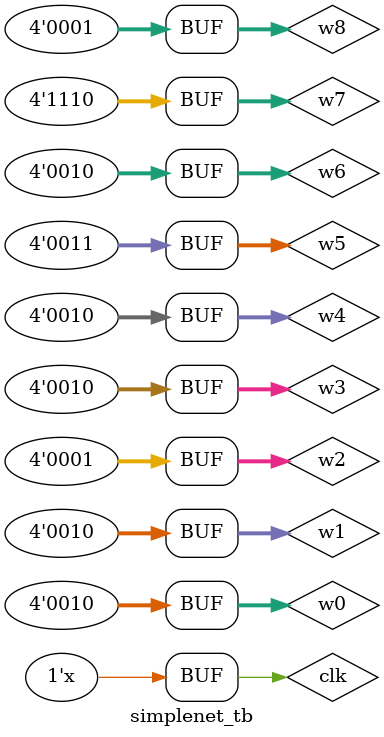
<source format=v>
`timescale 1ns/100ps
`include "simplenet.v"
module simplenet_tb;

  reg [1:0]x;
  reg clk;
  reg signed [3:0] w0;
  reg signed [3:0] w1;
  reg signed [3:0] w2;
  reg signed [3:0] w3;
  reg signed [3:0] w4;
  reg signed [3:0] w5;
  reg signed [3:0] w6;
  reg signed [3:0] w7;
  reg signed [3:0] w8;
  wire y;
  
  // Instantiate design under test
  simpleNet simpleNet(x,clk,w0,w1,w2,w3,w4,w5,w6,w7,w8,y);
          
reg [1:0] cycles;

  initial begin
    // Dump waves
    $dumpfile("dump.vcd");
    $dumpvars(1);
    
    $display("Start Sim");
    clk = 0;
    x = 2'b11; // What values of weights will make y operate as an output of XOR
    cycles = 2'd0;
    w0 = 4'b0010;  //from first input to first neuron = 2
    w1 = 4'b0010;  //from second input to first neuron = 2
    w2 = 4'b0001;  //bias to first neuron = 1
    w3 = 4'b0010;  //from first input to second neuron = 2
    w4 = 4'b0010;  //from second input to second neuron = 2
    w5 = 4'b0011;  //bias to second neuron = 3
    w6 = 4'b0010;  //from first neuron to output neuron = 2
    w7 = 4'b1110;  //from second neuron to output neuron = -2
    w8 = 4'b0001;  //bias to output neuron  = 1
end

always #1 clk=~clk;

always @(negedge clk)
begin
    cycles = cycles + 2'd1;
    if(cycles==2'd3)
    begin
        x=x-1;
    end
end
endmodule

</source>
